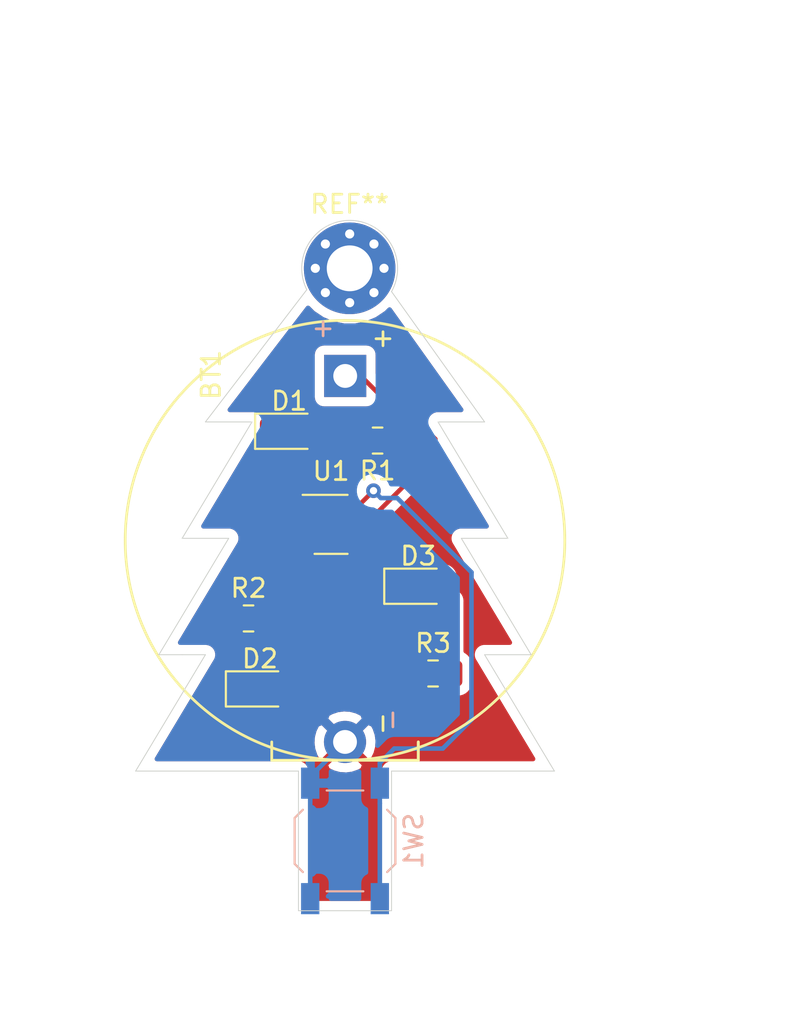
<source format=kicad_pcb>
(kicad_pcb (version 20171130) (host pcbnew "(5.1.4)-1")

  (general
    (thickness 1.6)
    (drawings 21)
    (tracks 41)
    (zones 0)
    (modules 10)
    (nets 10)
  )

  (page User 107.95 139.7)
  (layers
    (0 F.Cu signal)
    (31 B.Cu signal)
    (32 B.Adhes user)
    (33 F.Adhes user)
    (34 B.Paste user)
    (35 F.Paste user)
    (36 B.SilkS user)
    (37 F.SilkS user)
    (38 B.Mask user)
    (39 F.Mask user)
    (40 Dwgs.User user)
    (41 Cmts.User user)
    (42 Eco1.User user)
    (43 Eco2.User user)
    (44 Edge.Cuts user)
    (45 Margin user)
    (46 B.CrtYd user)
    (47 F.CrtYd user)
    (48 B.Fab user)
    (49 F.Fab user)
  )

  (setup
    (last_trace_width 0.25)
    (user_trace_width 0.254)
    (user_trace_width 0.381)
    (user_trace_width 0.508)
    (user_trace_width 0.635)
    (user_trace_width 0.762)
    (user_trace_width 0.889)
    (user_trace_width 1.016)
    (user_trace_width 1.143)
    (user_trace_width 1.27)
    (trace_clearance 0.2)
    (zone_clearance 0.508)
    (zone_45_only no)
    (trace_min 0.2)
    (via_size 0.8)
    (via_drill 0.4)
    (via_min_size 0.4)
    (via_min_drill 0.3)
    (uvia_size 0.3)
    (uvia_drill 0.1)
    (uvias_allowed no)
    (uvia_min_size 0.2)
    (uvia_min_drill 0.1)
    (edge_width 0.05)
    (segment_width 0.2)
    (pcb_text_width 0.3)
    (pcb_text_size 1.5 1.5)
    (mod_edge_width 0.12)
    (mod_text_size 1 1)
    (mod_text_width 0.15)
    (pad_size 1.524 1.524)
    (pad_drill 0.762)
    (pad_to_mask_clearance 0.051)
    (solder_mask_min_width 0.25)
    (aux_axis_origin 0 0)
    (visible_elements 7FFFFFFF)
    (pcbplotparams
      (layerselection 0x010fc_ffffffff)
      (usegerberextensions false)
      (usegerberattributes false)
      (usegerberadvancedattributes false)
      (creategerberjobfile false)
      (excludeedgelayer true)
      (linewidth 0.100000)
      (plotframeref false)
      (viasonmask false)
      (mode 1)
      (useauxorigin false)
      (hpglpennumber 1)
      (hpglpenspeed 20)
      (hpglpendiameter 15.000000)
      (psnegative false)
      (psa4output false)
      (plotreference true)
      (plotvalue true)
      (plotinvisibletext false)
      (padsonsilk false)
      (subtractmaskfromsilk false)
      (outputformat 1)
      (mirror false)
      (drillshape 0)
      (scaleselection 1)
      (outputdirectory "g0/"))
  )

  (net 0 "")
  (net 1 "Net-(BT1-Pad1)")
  (net 2 "Net-(BT1-Pad2)")
  (net 3 "Net-(D1-Pad2)")
  (net 4 "Net-(D2-Pad2)")
  (net 5 "Net-(D3-Pad2)")
  (net 6 "Net-(R1-Pad1)")
  (net 7 "Net-(R2-Pad1)")
  (net 8 "Net-(R3-Pad1)")
  (net 9 "Net-(SW1-Pad1)")

  (net_class Default "Ceci est la Netclass par défaut."
    (clearance 0.2)
    (trace_width 0.25)
    (via_dia 0.8)
    (via_drill 0.4)
    (uvia_dia 0.3)
    (uvia_drill 0.1)
    (add_net "Net-(BT1-Pad1)")
    (add_net "Net-(BT1-Pad2)")
    (add_net "Net-(D1-Pad2)")
    (add_net "Net-(D2-Pad2)")
    (add_net "Net-(D3-Pad2)")
    (add_net "Net-(R1-Pad1)")
    (add_net "Net-(R2-Pad1)")
    (add_net "Net-(R3-Pad1)")
    (add_net "Net-(SW1-Pad1)")
  )

  (module MountingHole:MountingHole_2.5mm_Pad_Via (layer F.Cu) (tedit 56DDBAEA) (tstamp 5FB0169D)
    (at 63.754 44.958)
    (descr "Mounting Hole 2.5mm")
    (tags "mounting hole 2.5mm")
    (attr virtual)
    (fp_text reference REF** (at 0 -3.5) (layer F.SilkS)
      (effects (font (size 1 1) (thickness 0.15)))
    )
    (fp_text value MountingHole_2.5mm_Pad_Via (at 0 -7.62) (layer F.Fab)
      (effects (font (size 1 1) (thickness 0.15)))
    )
    (fp_circle (center 0 0) (end 2.75 0) (layer F.CrtYd) (width 0.05))
    (fp_circle (center 0 0) (end 2.5 0) (layer Cmts.User) (width 0.15))
    (fp_text user %R (at 0.3 0) (layer F.Fab)
      (effects (font (size 1 1) (thickness 0.15)))
    )
    (pad 1 thru_hole circle (at 1.325825 -1.325825) (size 0.8 0.8) (drill 0.5) (layers *.Cu *.Mask))
    (pad 1 thru_hole circle (at 0 -1.875) (size 0.8 0.8) (drill 0.5) (layers *.Cu *.Mask))
    (pad 1 thru_hole circle (at -1.325825 -1.325825) (size 0.8 0.8) (drill 0.5) (layers *.Cu *.Mask))
    (pad 1 thru_hole circle (at -1.875 0) (size 0.8 0.8) (drill 0.5) (layers *.Cu *.Mask))
    (pad 1 thru_hole circle (at -1.325825 1.325825) (size 0.8 0.8) (drill 0.5) (layers *.Cu *.Mask))
    (pad 1 thru_hole circle (at 0 1.875) (size 0.8 0.8) (drill 0.5) (layers *.Cu *.Mask))
    (pad 1 thru_hole circle (at 1.325825 1.325825) (size 0.8 0.8) (drill 0.5) (layers *.Cu *.Mask))
    (pad 1 thru_hole circle (at 1.875 0) (size 0.8 0.8) (drill 0.5) (layers *.Cu *.Mask))
    (pad 1 thru_hole circle (at 0 0) (size 5 5) (drill 2.5) (layers *.Cu *.Mask))
  )

  (module LED_SMD:LED_0805_2012Metric_Pad1.15x1.40mm_HandSolder (layer F.Cu) (tedit 5B4B45C9) (tstamp 5FADEE44)
    (at 60.452 53.848)
    (descr "LED SMD 0805 (2012 Metric), square (rectangular) end terminal, IPC_7351 nominal, (Body size source: https://docs.google.com/spreadsheets/d/1BsfQQcO9C6DZCsRaXUlFlo91Tg2WpOkGARC1WS5S8t0/edit?usp=sharing), generated with kicad-footprint-generator")
    (tags "LED handsolder")
    (path /5FA621AF)
    (attr smd)
    (fp_text reference D1 (at 0 -1.65) (layer F.SilkS)
      (effects (font (size 1 1) (thickness 0.15)))
    )
    (fp_text value LED (at 0 1.65) (layer F.Fab)
      (effects (font (size 1 1) (thickness 0.15)))
    )
    (fp_line (start 1 -0.6) (end -0.7 -0.6) (layer F.Fab) (width 0.1))
    (fp_line (start -0.7 -0.6) (end -1 -0.3) (layer F.Fab) (width 0.1))
    (fp_line (start -1 -0.3) (end -1 0.6) (layer F.Fab) (width 0.1))
    (fp_line (start -1 0.6) (end 1 0.6) (layer F.Fab) (width 0.1))
    (fp_line (start 1 0.6) (end 1 -0.6) (layer F.Fab) (width 0.1))
    (fp_line (start 1 -0.96) (end -1.86 -0.96) (layer F.SilkS) (width 0.12))
    (fp_line (start -1.86 -0.96) (end -1.86 0.96) (layer F.SilkS) (width 0.12))
    (fp_line (start -1.86 0.96) (end 1 0.96) (layer F.SilkS) (width 0.12))
    (fp_line (start -1.85 0.95) (end -1.85 -0.95) (layer F.CrtYd) (width 0.05))
    (fp_line (start -1.85 -0.95) (end 1.85 -0.95) (layer F.CrtYd) (width 0.05))
    (fp_line (start 1.85 -0.95) (end 1.85 0.95) (layer F.CrtYd) (width 0.05))
    (fp_line (start 1.85 0.95) (end -1.85 0.95) (layer F.CrtYd) (width 0.05))
    (fp_text user %R (at 0 0) (layer F.Fab)
      (effects (font (size 0.5 0.5) (thickness 0.08)))
    )
    (pad 1 smd roundrect (at -1.025 0) (size 1.15 1.4) (layers F.Cu F.Paste F.Mask) (roundrect_rratio 0.217391)
      (net 2 "Net-(BT1-Pad2)"))
    (pad 2 smd roundrect (at 1.025 0) (size 1.15 1.4) (layers F.Cu F.Paste F.Mask) (roundrect_rratio 0.217391)
      (net 3 "Net-(D1-Pad2)"))
    (model ${KISYS3DMOD}/LED_SMD.3dshapes/LED_0805_2012Metric.wrl
      (at (xyz 0 0 0))
      (scale (xyz 1 1 1))
      (rotate (xyz 0 0 0))
    )
  )

  (module LED_SMD:LED_0805_2012Metric_Pad1.15x1.40mm_HandSolder (layer F.Cu) (tedit 5B4B45C9) (tstamp 5FADEE57)
    (at 58.8555 67.9069)
    (descr "LED SMD 0805 (2012 Metric), square (rectangular) end terminal, IPC_7351 nominal, (Body size source: https://docs.google.com/spreadsheets/d/1BsfQQcO9C6DZCsRaXUlFlo91Tg2WpOkGARC1WS5S8t0/edit?usp=sharing), generated with kicad-footprint-generator")
    (tags "LED handsolder")
    (path /5FA65471)
    (attr smd)
    (fp_text reference D2 (at 0 -1.65) (layer F.SilkS)
      (effects (font (size 1 1) (thickness 0.15)))
    )
    (fp_text value LED (at 0 1.65) (layer F.Fab)
      (effects (font (size 1 1) (thickness 0.15)))
    )
    (fp_text user %R (at 0 0) (layer F.Fab)
      (effects (font (size 0.5 0.5) (thickness 0.08)))
    )
    (fp_line (start 1.85 0.95) (end -1.85 0.95) (layer F.CrtYd) (width 0.05))
    (fp_line (start 1.85 -0.95) (end 1.85 0.95) (layer F.CrtYd) (width 0.05))
    (fp_line (start -1.85 -0.95) (end 1.85 -0.95) (layer F.CrtYd) (width 0.05))
    (fp_line (start -1.85 0.95) (end -1.85 -0.95) (layer F.CrtYd) (width 0.05))
    (fp_line (start -1.86 0.96) (end 1 0.96) (layer F.SilkS) (width 0.12))
    (fp_line (start -1.86 -0.96) (end -1.86 0.96) (layer F.SilkS) (width 0.12))
    (fp_line (start 1 -0.96) (end -1.86 -0.96) (layer F.SilkS) (width 0.12))
    (fp_line (start 1 0.6) (end 1 -0.6) (layer F.Fab) (width 0.1))
    (fp_line (start -1 0.6) (end 1 0.6) (layer F.Fab) (width 0.1))
    (fp_line (start -1 -0.3) (end -1 0.6) (layer F.Fab) (width 0.1))
    (fp_line (start -0.7 -0.6) (end -1 -0.3) (layer F.Fab) (width 0.1))
    (fp_line (start 1 -0.6) (end -0.7 -0.6) (layer F.Fab) (width 0.1))
    (pad 2 smd roundrect (at 1.025 0) (size 1.15 1.4) (layers F.Cu F.Paste F.Mask) (roundrect_rratio 0.217391)
      (net 4 "Net-(D2-Pad2)"))
    (pad 1 smd roundrect (at -1.025 0) (size 1.15 1.4) (layers F.Cu F.Paste F.Mask) (roundrect_rratio 0.217391)
      (net 2 "Net-(BT1-Pad2)"))
    (model ${KISYS3DMOD}/LED_SMD.3dshapes/LED_0805_2012Metric.wrl
      (at (xyz 0 0 0))
      (scale (xyz 1 1 1))
      (rotate (xyz 0 0 0))
    )
  )

  (module LED_SMD:LED_0805_2012Metric_Pad1.15x1.40mm_HandSolder (layer F.Cu) (tedit 5B4B45C9) (tstamp 5FADEE6A)
    (at 67.50166 62.30366)
    (descr "LED SMD 0805 (2012 Metric), square (rectangular) end terminal, IPC_7351 nominal, (Body size source: https://docs.google.com/spreadsheets/d/1BsfQQcO9C6DZCsRaXUlFlo91Tg2WpOkGARC1WS5S8t0/edit?usp=sharing), generated with kicad-footprint-generator")
    (tags "LED handsolder")
    (path /5FA659C9)
    (attr smd)
    (fp_text reference D3 (at 0 -1.65) (layer F.SilkS)
      (effects (font (size 1 1) (thickness 0.15)))
    )
    (fp_text value LED (at 0 1.65) (layer F.Fab)
      (effects (font (size 1 1) (thickness 0.15)))
    )
    (fp_line (start 1 -0.6) (end -0.7 -0.6) (layer F.Fab) (width 0.1))
    (fp_line (start -0.7 -0.6) (end -1 -0.3) (layer F.Fab) (width 0.1))
    (fp_line (start -1 -0.3) (end -1 0.6) (layer F.Fab) (width 0.1))
    (fp_line (start -1 0.6) (end 1 0.6) (layer F.Fab) (width 0.1))
    (fp_line (start 1 0.6) (end 1 -0.6) (layer F.Fab) (width 0.1))
    (fp_line (start 1 -0.96) (end -1.86 -0.96) (layer F.SilkS) (width 0.12))
    (fp_line (start -1.86 -0.96) (end -1.86 0.96) (layer F.SilkS) (width 0.12))
    (fp_line (start -1.86 0.96) (end 1 0.96) (layer F.SilkS) (width 0.12))
    (fp_line (start -1.85 0.95) (end -1.85 -0.95) (layer F.CrtYd) (width 0.05))
    (fp_line (start -1.85 -0.95) (end 1.85 -0.95) (layer F.CrtYd) (width 0.05))
    (fp_line (start 1.85 -0.95) (end 1.85 0.95) (layer F.CrtYd) (width 0.05))
    (fp_line (start 1.85 0.95) (end -1.85 0.95) (layer F.CrtYd) (width 0.05))
    (fp_text user %R (at 0 0) (layer F.Fab)
      (effects (font (size 0.5 0.5) (thickness 0.08)))
    )
    (pad 1 smd roundrect (at -1.025 0) (size 1.15 1.4) (layers F.Cu F.Paste F.Mask) (roundrect_rratio 0.217391)
      (net 2 "Net-(BT1-Pad2)"))
    (pad 2 smd roundrect (at 1.025 0) (size 1.15 1.4) (layers F.Cu F.Paste F.Mask) (roundrect_rratio 0.217391)
      (net 5 "Net-(D3-Pad2)"))
    (model ${KISYS3DMOD}/LED_SMD.3dshapes/LED_0805_2012Metric.wrl
      (at (xyz 0 0 0))
      (scale (xyz 1 1 1))
      (rotate (xyz 0 0 0))
    )
  )

  (module Resistor_SMD:R_0805_2012Metric_Pad1.15x1.40mm_HandSolder (layer F.Cu) (tedit 5B36C52B) (tstamp 5FADEE7B)
    (at 65.278 54.356 180)
    (descr "Resistor SMD 0805 (2012 Metric), square (rectangular) end terminal, IPC_7351 nominal with elongated pad for handsoldering. (Body size source: https://docs.google.com/spreadsheets/d/1BsfQQcO9C6DZCsRaXUlFlo91Tg2WpOkGARC1WS5S8t0/edit?usp=sharing), generated with kicad-footprint-generator")
    (tags "resistor handsolder")
    (path /5FA625A0)
    (attr smd)
    (fp_text reference R1 (at 0 -1.65) (layer F.SilkS)
      (effects (font (size 1 1) (thickness 0.15)))
    )
    (fp_text value R (at 0 1.65) (layer F.Fab)
      (effects (font (size 1 1) (thickness 0.15)))
    )
    (fp_line (start -1 0.6) (end -1 -0.6) (layer F.Fab) (width 0.1))
    (fp_line (start -1 -0.6) (end 1 -0.6) (layer F.Fab) (width 0.1))
    (fp_line (start 1 -0.6) (end 1 0.6) (layer F.Fab) (width 0.1))
    (fp_line (start 1 0.6) (end -1 0.6) (layer F.Fab) (width 0.1))
    (fp_line (start -0.261252 -0.71) (end 0.261252 -0.71) (layer F.SilkS) (width 0.12))
    (fp_line (start -0.261252 0.71) (end 0.261252 0.71) (layer F.SilkS) (width 0.12))
    (fp_line (start -1.85 0.95) (end -1.85 -0.95) (layer F.CrtYd) (width 0.05))
    (fp_line (start -1.85 -0.95) (end 1.85 -0.95) (layer F.CrtYd) (width 0.05))
    (fp_line (start 1.85 -0.95) (end 1.85 0.95) (layer F.CrtYd) (width 0.05))
    (fp_line (start 1.85 0.95) (end -1.85 0.95) (layer F.CrtYd) (width 0.05))
    (fp_text user %R (at 0 0) (layer F.Fab)
      (effects (font (size 0.5 0.5) (thickness 0.08)))
    )
    (pad 1 smd roundrect (at -1.025 0 180) (size 1.15 1.4) (layers F.Cu F.Paste F.Mask) (roundrect_rratio 0.217391)
      (net 6 "Net-(R1-Pad1)"))
    (pad 2 smd roundrect (at 1.025 0 180) (size 1.15 1.4) (layers F.Cu F.Paste F.Mask) (roundrect_rratio 0.217391)
      (net 3 "Net-(D1-Pad2)"))
    (model ${KISYS3DMOD}/Resistor_SMD.3dshapes/R_0805_2012Metric.wrl
      (at (xyz 0 0 0))
      (scale (xyz 1 1 1))
      (rotate (xyz 0 0 0))
    )
  )

  (module Resistor_SMD:R_0805_2012Metric_Pad1.15x1.40mm_HandSolder (layer F.Cu) (tedit 5B36C52B) (tstamp 5FADEE8C)
    (at 58.2332 64.06134)
    (descr "Resistor SMD 0805 (2012 Metric), square (rectangular) end terminal, IPC_7351 nominal with elongated pad for handsoldering. (Body size source: https://docs.google.com/spreadsheets/d/1BsfQQcO9C6DZCsRaXUlFlo91Tg2WpOkGARC1WS5S8t0/edit?usp=sharing), generated with kicad-footprint-generator")
    (tags "resistor handsolder")
    (path /5FA65477)
    (attr smd)
    (fp_text reference R2 (at 0 -1.65) (layer F.SilkS)
      (effects (font (size 1 1) (thickness 0.15)))
    )
    (fp_text value R (at 0 1.65) (layer F.Fab)
      (effects (font (size 1 1) (thickness 0.15)))
    )
    (fp_text user %R (at 0 0) (layer F.Fab)
      (effects (font (size 0.5 0.5) (thickness 0.08)))
    )
    (fp_line (start 1.85 0.95) (end -1.85 0.95) (layer F.CrtYd) (width 0.05))
    (fp_line (start 1.85 -0.95) (end 1.85 0.95) (layer F.CrtYd) (width 0.05))
    (fp_line (start -1.85 -0.95) (end 1.85 -0.95) (layer F.CrtYd) (width 0.05))
    (fp_line (start -1.85 0.95) (end -1.85 -0.95) (layer F.CrtYd) (width 0.05))
    (fp_line (start -0.261252 0.71) (end 0.261252 0.71) (layer F.SilkS) (width 0.12))
    (fp_line (start -0.261252 -0.71) (end 0.261252 -0.71) (layer F.SilkS) (width 0.12))
    (fp_line (start 1 0.6) (end -1 0.6) (layer F.Fab) (width 0.1))
    (fp_line (start 1 -0.6) (end 1 0.6) (layer F.Fab) (width 0.1))
    (fp_line (start -1 -0.6) (end 1 -0.6) (layer F.Fab) (width 0.1))
    (fp_line (start -1 0.6) (end -1 -0.6) (layer F.Fab) (width 0.1))
    (pad 2 smd roundrect (at 1.025 0) (size 1.15 1.4) (layers F.Cu F.Paste F.Mask) (roundrect_rratio 0.217391)
      (net 4 "Net-(D2-Pad2)"))
    (pad 1 smd roundrect (at -1.025 0) (size 1.15 1.4) (layers F.Cu F.Paste F.Mask) (roundrect_rratio 0.217391)
      (net 7 "Net-(R2-Pad1)"))
    (model ${KISYS3DMOD}/Resistor_SMD.3dshapes/R_0805_2012Metric.wrl
      (at (xyz 0 0 0))
      (scale (xyz 1 1 1))
      (rotate (xyz 0 0 0))
    )
  )

  (module Resistor_SMD:R_0805_2012Metric_Pad1.15x1.40mm_HandSolder (layer F.Cu) (tedit 5B36C52B) (tstamp 5FADEE9D)
    (at 68.30684 67.06362)
    (descr "Resistor SMD 0805 (2012 Metric), square (rectangular) end terminal, IPC_7351 nominal with elongated pad for handsoldering. (Body size source: https://docs.google.com/spreadsheets/d/1BsfQQcO9C6DZCsRaXUlFlo91Tg2WpOkGARC1WS5S8t0/edit?usp=sharing), generated with kicad-footprint-generator")
    (tags "resistor handsolder")
    (path /5FA659CF)
    (attr smd)
    (fp_text reference R3 (at 0 -1.65) (layer F.SilkS)
      (effects (font (size 1 1) (thickness 0.15)))
    )
    (fp_text value R (at 0 1.65) (layer F.Fab)
      (effects (font (size 1 1) (thickness 0.15)))
    )
    (fp_line (start -1 0.6) (end -1 -0.6) (layer F.Fab) (width 0.1))
    (fp_line (start -1 -0.6) (end 1 -0.6) (layer F.Fab) (width 0.1))
    (fp_line (start 1 -0.6) (end 1 0.6) (layer F.Fab) (width 0.1))
    (fp_line (start 1 0.6) (end -1 0.6) (layer F.Fab) (width 0.1))
    (fp_line (start -0.261252 -0.71) (end 0.261252 -0.71) (layer F.SilkS) (width 0.12))
    (fp_line (start -0.261252 0.71) (end 0.261252 0.71) (layer F.SilkS) (width 0.12))
    (fp_line (start -1.85 0.95) (end -1.85 -0.95) (layer F.CrtYd) (width 0.05))
    (fp_line (start -1.85 -0.95) (end 1.85 -0.95) (layer F.CrtYd) (width 0.05))
    (fp_line (start 1.85 -0.95) (end 1.85 0.95) (layer F.CrtYd) (width 0.05))
    (fp_line (start 1.85 0.95) (end -1.85 0.95) (layer F.CrtYd) (width 0.05))
    (fp_text user %R (at 0 0) (layer F.Fab)
      (effects (font (size 0.5 0.5) (thickness 0.08)))
    )
    (pad 1 smd roundrect (at -1.025 0) (size 1.15 1.4) (layers F.Cu F.Paste F.Mask) (roundrect_rratio 0.217391)
      (net 8 "Net-(R3-Pad1)"))
    (pad 2 smd roundrect (at 1.025 0) (size 1.15 1.4) (layers F.Cu F.Paste F.Mask) (roundrect_rratio 0.217391)
      (net 5 "Net-(D3-Pad2)"))
    (model ${KISYS3DMOD}/Resistor_SMD.3dshapes/R_0805_2012Metric.wrl
      (at (xyz 0 0 0))
      (scale (xyz 1 1 1))
      (rotate (xyz 0 0 0))
    )
  )

  (module Button_Switch_SMD:SW_SPST_TL3342 (layer B.Cu) (tedit 5A02FC95) (tstamp 5FADEED3)
    (at 63.5 76.2 90)
    (descr "Low-profile SMD Tactile Switch, https://www.e-switch.com/system/asset/product_line/data_sheet/165/TL3342.pdf")
    (tags "SPST Tactile Switch")
    (path /5FA62FB2)
    (attr smd)
    (fp_text reference SW1 (at 0 3.75 90) (layer B.SilkS)
      (effects (font (size 1 1) (thickness 0.15)) (justify mirror))
    )
    (fp_text value SW_Push (at 0 -3.75 90) (layer B.Fab)
      (effects (font (size 1 1) (thickness 0.15)) (justify mirror))
    )
    (fp_text user %R (at 0 3.75 90) (layer B.Fab)
      (effects (font (size 1 1) (thickness 0.15)) (justify mirror))
    )
    (fp_line (start 3.2 -2.1) (end 3.2 -1.6) (layer B.Fab) (width 0.1))
    (fp_line (start 3.2 2.1) (end 3.2 1.6) (layer B.Fab) (width 0.1))
    (fp_line (start -3.2 -2.1) (end -3.2 -1.6) (layer B.Fab) (width 0.1))
    (fp_line (start -3.2 2.1) (end -3.2 1.6) (layer B.Fab) (width 0.1))
    (fp_line (start 2.7 2.1) (end 2.7 1.6) (layer B.Fab) (width 0.1))
    (fp_line (start 1.7 2.1) (end 3.2 2.1) (layer B.Fab) (width 0.1))
    (fp_line (start 3.2 1.6) (end 2.2 1.6) (layer B.Fab) (width 0.1))
    (fp_line (start -2.7 2.1) (end -2.7 1.6) (layer B.Fab) (width 0.1))
    (fp_line (start -1.7 2.1) (end -3.2 2.1) (layer B.Fab) (width 0.1))
    (fp_line (start -3.2 1.6) (end -2.2 1.6) (layer B.Fab) (width 0.1))
    (fp_line (start -2.7 -2.1) (end -2.7 -1.6) (layer B.Fab) (width 0.1))
    (fp_line (start -3.2 -1.6) (end -2.2 -1.6) (layer B.Fab) (width 0.1))
    (fp_line (start -1.7 -2.1) (end -3.2 -2.1) (layer B.Fab) (width 0.1))
    (fp_line (start 1.7 -2.1) (end 3.2 -2.1) (layer B.Fab) (width 0.1))
    (fp_line (start 2.7 -2.1) (end 2.7 -1.6) (layer B.Fab) (width 0.1))
    (fp_line (start 3.2 -1.6) (end 2.2 -1.6) (layer B.Fab) (width 0.1))
    (fp_line (start -1.7 -2.3) (end -1.25 -2.75) (layer B.SilkS) (width 0.12))
    (fp_line (start 1.7 -2.3) (end 1.25 -2.75) (layer B.SilkS) (width 0.12))
    (fp_line (start 1.7 2.3) (end 1.25 2.75) (layer B.SilkS) (width 0.12))
    (fp_line (start -1.7 2.3) (end -1.25 2.75) (layer B.SilkS) (width 0.12))
    (fp_line (start -2 1) (end -1 2) (layer B.Fab) (width 0.1))
    (fp_line (start -1 2) (end 1 2) (layer B.Fab) (width 0.1))
    (fp_line (start 1 2) (end 2 1) (layer B.Fab) (width 0.1))
    (fp_line (start 2 1) (end 2 -1) (layer B.Fab) (width 0.1))
    (fp_line (start 2 -1) (end 1 -2) (layer B.Fab) (width 0.1))
    (fp_line (start 1 -2) (end -1 -2) (layer B.Fab) (width 0.1))
    (fp_line (start -1 -2) (end -2 -1) (layer B.Fab) (width 0.1))
    (fp_line (start -2 -1) (end -2 1) (layer B.Fab) (width 0.1))
    (fp_line (start 2.75 1) (end 2.75 -1) (layer B.SilkS) (width 0.12))
    (fp_line (start -1.25 -2.75) (end 1.25 -2.75) (layer B.SilkS) (width 0.12))
    (fp_line (start -2.75 1) (end -2.75 -1) (layer B.SilkS) (width 0.12))
    (fp_line (start -1.25 2.75) (end 1.25 2.75) (layer B.SilkS) (width 0.12))
    (fp_line (start -2.6 1.2) (end -2.6 -1.2) (layer B.Fab) (width 0.1))
    (fp_line (start -2.6 -1.2) (end -1.2 -2.6) (layer B.Fab) (width 0.1))
    (fp_line (start -1.2 -2.6) (end 1.2 -2.6) (layer B.Fab) (width 0.1))
    (fp_line (start 1.2 -2.6) (end 2.6 -1.2) (layer B.Fab) (width 0.1))
    (fp_line (start 2.6 -1.2) (end 2.6 1.2) (layer B.Fab) (width 0.1))
    (fp_line (start 2.6 1.2) (end 1.2 2.6) (layer B.Fab) (width 0.1))
    (fp_line (start 1.2 2.6) (end -1.2 2.6) (layer B.Fab) (width 0.1))
    (fp_line (start -1.2 2.6) (end -2.6 1.2) (layer B.Fab) (width 0.1))
    (fp_line (start -4.25 3) (end 4.25 3) (layer B.CrtYd) (width 0.05))
    (fp_line (start 4.25 3) (end 4.25 -3) (layer B.CrtYd) (width 0.05))
    (fp_line (start 4.25 -3) (end -4.25 -3) (layer B.CrtYd) (width 0.05))
    (fp_line (start -4.25 -3) (end -4.25 3) (layer B.CrtYd) (width 0.05))
    (fp_circle (center 0 0) (end 1 0) (layer B.Fab) (width 0.1))
    (pad 1 smd rect (at -3.15 1.9 90) (size 1.7 1) (layers B.Cu B.Paste B.Mask)
      (net 9 "Net-(SW1-Pad1)"))
    (pad 1 smd rect (at 3.15 1.9 90) (size 1.7 1) (layers B.Cu B.Paste B.Mask)
      (net 9 "Net-(SW1-Pad1)"))
    (pad 2 smd rect (at -3.15 -1.9 90) (size 1.7 1) (layers B.Cu B.Paste B.Mask)
      (net 2 "Net-(BT1-Pad2)"))
    (pad 2 smd rect (at 3.15 -1.9 90) (size 1.7 1) (layers B.Cu B.Paste B.Mask)
      (net 2 "Net-(BT1-Pad2)"))
    (model ${KISYS3DMOD}/Button_Switch_SMD.3dshapes/SW_SPST_TL3342.wrl
      (at (xyz 0 0 0))
      (scale (xyz 1 1 1))
      (rotate (xyz 0 0 0))
    )
  )

  (module Package_TO_SOT_SMD:SOT-23-6 (layer F.Cu) (tedit 5A02FF57) (tstamp 5FADEEE9)
    (at 62.738 58.928)
    (descr "6-pin SOT-23 package")
    (tags SOT-23-6)
    (path /5FA6178A)
    (attr smd)
    (fp_text reference U1 (at 0 -2.9) (layer F.SilkS)
      (effects (font (size 1 1) (thickness 0.15)))
    )
    (fp_text value ATtiny10-TS (at 0 2.9) (layer F.Fab)
      (effects (font (size 1 1) (thickness 0.15)))
    )
    (fp_text user %R (at 0 0 90) (layer F.Fab)
      (effects (font (size 0.5 0.5) (thickness 0.075)))
    )
    (fp_line (start -0.9 1.61) (end 0.9 1.61) (layer F.SilkS) (width 0.12))
    (fp_line (start 0.9 -1.61) (end -1.55 -1.61) (layer F.SilkS) (width 0.12))
    (fp_line (start 1.9 -1.8) (end -1.9 -1.8) (layer F.CrtYd) (width 0.05))
    (fp_line (start 1.9 1.8) (end 1.9 -1.8) (layer F.CrtYd) (width 0.05))
    (fp_line (start -1.9 1.8) (end 1.9 1.8) (layer F.CrtYd) (width 0.05))
    (fp_line (start -1.9 -1.8) (end -1.9 1.8) (layer F.CrtYd) (width 0.05))
    (fp_line (start -0.9 -0.9) (end -0.25 -1.55) (layer F.Fab) (width 0.1))
    (fp_line (start 0.9 -1.55) (end -0.25 -1.55) (layer F.Fab) (width 0.1))
    (fp_line (start -0.9 -0.9) (end -0.9 1.55) (layer F.Fab) (width 0.1))
    (fp_line (start 0.9 1.55) (end -0.9 1.55) (layer F.Fab) (width 0.1))
    (fp_line (start 0.9 -1.55) (end 0.9 1.55) (layer F.Fab) (width 0.1))
    (pad 1 smd rect (at -1.1 -0.95) (size 1.06 0.65) (layers F.Cu F.Paste F.Mask)
      (net 6 "Net-(R1-Pad1)"))
    (pad 2 smd rect (at -1.1 0) (size 1.06 0.65) (layers F.Cu F.Paste F.Mask)
      (net 2 "Net-(BT1-Pad2)"))
    (pad 3 smd rect (at -1.1 0.95) (size 1.06 0.65) (layers F.Cu F.Paste F.Mask)
      (net 7 "Net-(R2-Pad1)"))
    (pad 4 smd rect (at 1.1 0.95) (size 1.06 0.65) (layers F.Cu F.Paste F.Mask)
      (net 8 "Net-(R3-Pad1)"))
    (pad 6 smd rect (at 1.1 -0.95) (size 1.06 0.65) (layers F.Cu F.Paste F.Mask)
      (net 9 "Net-(SW1-Pad1)"))
    (pad 5 smd rect (at 1.1 0) (size 1.06 0.65) (layers F.Cu F.Paste F.Mask)
      (net 1 "Net-(BT1-Pad1)"))
    (model ${KISYS3DMOD}/Package_TO_SOT_SMD.3dshapes/SOT-23-6.wrl
      (at (xyz 0 0 0))
      (scale (xyz 1 1 1))
      (rotate (xyz 0 0 0))
    )
  )

  (module circuit:battery (layer F.Cu) (tedit 5FB010C6) (tstamp 5FB013D8)
    (at 63.5 50.8 270)
    (path /5FA61C5A)
    (fp_text reference BT1 (at -0.03 7.31 90) (layer F.SilkS)
      (effects (font (size 1 1) (thickness 0.15)))
    )
    (fp_text value Battery_Cell (at -0.03 6.31 90) (layer F.Fab)
      (effects (font (size 1 1) (thickness 0.15)))
    )
    (fp_text user + (at -2 -2 90) (layer F.SilkS)
      (effects (font (size 1 1) (thickness 0.15)))
    )
    (fp_text user - (at 19 -2 90) (layer F.SilkS)
      (effects (font (size 1 1) (thickness 0.15)))
    )
    (fp_circle (center 9 0) (end 21 0) (layer F.SilkS) (width 0.15))
    (fp_line (start 21 0) (end 21 -4) (layer F.SilkS) (width 0.15))
    (fp_line (start 21 -4) (end 20 -4) (layer F.SilkS) (width 0.15))
    (fp_line (start 20 -4) (end 21 -4) (layer F.SilkS) (width 0.15))
    (fp_line (start 21 -4) (end 21 4) (layer F.SilkS) (width 0.15))
    (fp_line (start 21 4) (end 20 4) (layer F.SilkS) (width 0.15))
    (fp_text user + (at -2.54 1.27 90) (layer B.SilkS)
      (effects (font (size 1 1) (thickness 0.15)))
    )
    (fp_text user - (at 18.796 -2.54 90) (layer B.SilkS)
      (effects (font (size 1 1) (thickness 0.15)))
    )
    (pad 1 thru_hole rect (at 0.03 -0.01 270) (size 2.3 2.3) (drill 1.3) (layers *.Cu *.Mask)
      (net 1 "Net-(BT1-Pad1)"))
    (pad 2 thru_hole circle (at 20 0 270) (size 2.3 2.3) (drill 1.3) (layers *.Cu *.Mask)
      (net 2 "Net-(BT1-Pad2)"))
  )

  (gr_line (start 71.12 53.34) (end 66.04 46.227999) (layer Edge.Cuts) (width 0.05))
  (gr_line (start 68.58 53.34) (end 71.12 53.34) (layer Edge.Cuts) (width 0.05))
  (gr_line (start 72.39 59.69) (end 68.58 53.34) (layer Edge.Cuts) (width 0.05))
  (gr_line (start 69.85 59.69) (end 72.39 59.69) (layer Edge.Cuts) (width 0.05))
  (gr_line (start 73.66 66.04) (end 69.85 59.69) (layer Edge.Cuts) (width 0.05))
  (gr_line (start 71.12 66.04) (end 73.66 66.04) (layer Edge.Cuts) (width 0.05))
  (gr_line (start 74.93 72.39) (end 71.12 66.04) (layer Edge.Cuts) (width 0.05))
  (gr_line (start 66.04 72.39) (end 74.93 72.39) (layer Edge.Cuts) (width 0.05))
  (gr_line (start 66.04 80.01) (end 66.04 72.39) (layer Edge.Cuts) (width 0.05))
  (gr_line (start 55.88 53.34) (end 61.41466 46.12386) (layer Edge.Cuts) (width 0.05))
  (gr_line (start 58.42 53.34) (end 55.88 53.34) (layer Edge.Cuts) (width 0.05))
  (gr_line (start 54.61 59.69) (end 58.42 53.34) (layer Edge.Cuts) (width 0.05))
  (gr_line (start 57.15 59.69) (end 54.61 59.69) (layer Edge.Cuts) (width 0.05))
  (gr_line (start 53.34 66.04) (end 57.15 59.69) (layer Edge.Cuts) (width 0.05))
  (gr_line (start 54.61 66.04) (end 53.34 66.04) (layer Edge.Cuts) (width 0.05))
  (gr_line (start 55.88 66.04) (end 54.61 66.04) (layer Edge.Cuts) (width 0.05))
  (gr_line (start 52.07 72.39) (end 55.88 66.04) (layer Edge.Cuts) (width 0.05))
  (gr_line (start 60.96 72.39) (end 52.07 72.39) (layer Edge.Cuts) (width 0.05))
  (gr_line (start 60.96 80.01) (end 60.96 72.39) (layer Edge.Cuts) (width 0.05))
  (gr_line (start 66.04 80.01) (end 60.96 80.01) (layer Edge.Cuts) (width 0.05))
  (gr_arc (start 63.754 44.958) (end 66.04 46.227999) (angle -235.6196949) (layer Edge.Cuts) (width 0.05))

  (segment (start 64.36519 50.83) (end 65.91761 52.38242) (width 0.25) (layer F.Cu) (net 1))
  (segment (start 63.51 50.83) (end 64.36519 50.83) (width 0.25) (layer F.Cu) (net 1))
  (segment (start 65.91761 52.38242) (end 66.53784 52.38242) (width 0.25) (layer F.Cu) (net 1))
  (segment (start 66.53784 52.38242) (end 68.43014 54.27472) (width 0.25) (layer F.Cu) (net 1))
  (segment (start 64.618 58.928) (end 63.838 58.928) (width 0.25) (layer F.Cu) (net 1))
  (segment (start 68.43014 55.11586) (end 64.618 58.928) (width 0.25) (layer F.Cu) (net 1))
  (segment (start 68.43014 54.27472) (end 68.43014 55.11586) (width 0.25) (layer F.Cu) (net 1))
  (segment (start 61.6 72.7) (end 61.6 73.05) (width 0.25) (layer B.Cu) (net 2))
  (segment (start 63.5 70.8) (end 61.6 72.7) (width 0.25) (layer B.Cu) (net 2))
  (segment (start 61.6 73.05) (end 61.6 79.35) (width 0.25) (layer B.Cu) (net 2))
  (segment (start 60.858 58.928) (end 61.638 58.928) (width 0.25) (layer F.Cu) (net 2))
  (segment (start 59.427 57.497) (end 60.858 58.928) (width 0.25) (layer F.Cu) (net 2))
  (segment (start 59.427 53.848) (end 59.427 57.497) (width 0.25) (layer F.Cu) (net 2))
  (segment (start 60.853628 54.471372) (end 61.477 53.848) (width 0.508) (layer F.Cu) (net 3))
  (segment (start 61.985 54.356) (end 61.477 53.848) (width 0.25) (layer F.Cu) (net 3))
  (segment (start 64.253 54.356) (end 61.985 54.356) (width 0.25) (layer F.Cu) (net 3))
  (segment (start 59.2582 67.2846) (end 59.8805 67.9069) (width 0.25) (layer F.Cu) (net 4))
  (segment (start 59.2582 64.06134) (end 59.2582 67.2846) (width 0.25) (layer F.Cu) (net 4))
  (segment (start 69.33184 63.10884) (end 68.52666 62.30366) (width 0.25) (layer F.Cu) (net 5))
  (segment (start 69.33184 67.06362) (end 69.33184 63.10884) (width 0.25) (layer F.Cu) (net 5))
  (segment (start 65.679628 54.979372) (end 66.303 54.356) (width 0.25) (layer F.Cu) (net 6))
  (segment (start 65.416628 54.979372) (end 65.679628 54.979372) (width 0.25) (layer F.Cu) (net 6))
  (segment (start 62.418 57.978) (end 65.416628 54.979372) (width 0.25) (layer F.Cu) (net 6))
  (segment (start 61.638 57.978) (end 62.418 57.978) (width 0.25) (layer F.Cu) (net 6))
  (segment (start 61.39154 59.878) (end 61.638 59.878) (width 0.25) (layer F.Cu) (net 7))
  (segment (start 57.2082 64.06134) (end 61.39154 59.878) (width 0.25) (layer F.Cu) (net 7))
  (segment (start 63.838 63.61978) (end 63.838 59.878) (width 0.25) (layer F.Cu) (net 8))
  (segment (start 67.28184 67.06362) (end 63.838 63.61978) (width 0.25) (layer F.Cu) (net 8))
  (via (at 65.05448 57.09158) (size 0.8) (drill 0.4) (layers F.Cu B.Cu) (net 9))
  (segment (start 63.838 57.978) (end 64.16806 57.978) (width 0.25) (layer F.Cu) (net 9))
  (segment (start 64.16806 57.978) (end 65.05448 57.09158) (width 0.25) (layer F.Cu) (net 9))
  (segment (start 65.454479 57.491579) (end 66.351099 57.491579) (width 0.25) (layer B.Cu) (net 9))
  (segment (start 65.05448 57.09158) (end 65.454479 57.491579) (width 0.25) (layer B.Cu) (net 9))
  (segment (start 66.351099 57.491579) (end 70.40372 61.5442) (width 0.25) (layer B.Cu) (net 9))
  (segment (start 70.40372 61.5442) (end 70.40372 69.59092) (width 0.25) (layer B.Cu) (net 9))
  (segment (start 70.40372 69.59092) (end 68.834 71.16064) (width 0.25) (layer B.Cu) (net 9))
  (segment (start 65.4 71.95) (end 65.4 73.05) (width 0.25) (layer B.Cu) (net 9))
  (segment (start 66.18936 71.16064) (end 65.4 71.95) (width 0.25) (layer B.Cu) (net 9))
  (segment (start 68.834 71.16064) (end 66.18936 71.16064) (width 0.25) (layer B.Cu) (net 9))
  (segment (start 65.4 74.15) (end 65.4 79.35) (width 0.25) (layer B.Cu) (net 9))
  (segment (start 65.4 73.05) (end 65.4 74.15) (width 0.25) (layer B.Cu) (net 9))

  (zone (net 2) (net_name "Net-(BT1-Pad2)") (layer F.Cu) (tstamp 5FB02BA2) (hatch edge 0.508)
    (connect_pads (clearance 0.508))
    (min_thickness 0.254)
    (fill yes (arc_segments 32) (thermal_gap 0.508) (thermal_bridge_width 0.508))
    (polygon
      (pts
        (xy 47.2059 32.85744) (xy 47.2059 83.65744) (xy 85.3059 83.65744) (xy 85.3059 32.85744)
      )
    )
    (filled_polygon
      (pts
        (xy 61.755554 47.393114) (xy 62.269021 47.736201) (xy 62.839554 47.972524) (xy 63.445229 48.093) (xy 64.062771 48.093)
        (xy 64.668446 47.972524) (xy 65.238979 47.736201) (xy 65.752446 47.393114) (xy 65.932523 47.213037) (xy 69.837495 52.68)
        (xy 68.628522 52.68) (xy 68.612237 52.677592) (xy 68.563678 52.68) (xy 68.547581 52.68) (xy 68.531258 52.681608)
        (xy 68.48239 52.684031) (xy 68.466717 52.687964) (xy 68.450617 52.68955) (xy 68.403758 52.703765) (xy 68.356292 52.715677)
        (xy 68.34168 52.722596) (xy 68.326207 52.72729) (xy 68.283027 52.75037) (xy 68.238791 52.771317) (xy 68.225813 52.780951)
        (xy 68.21155 52.788575) (xy 68.1737 52.819638) (xy 68.134402 52.848811) (xy 68.123551 52.860794) (xy 68.111052 52.871052)
        (xy 68.106644 52.876423) (xy 67.101644 51.871423) (xy 67.077841 51.842419) (xy 66.962116 51.747446) (xy 66.830087 51.676874)
        (xy 66.686826 51.633417) (xy 66.575173 51.62242) (xy 66.575162 51.62242) (xy 66.53784 51.618744) (xy 66.500518 51.62242)
        (xy 66.232413 51.62242) (xy 65.298072 50.68808) (xy 65.298072 49.68) (xy 65.285812 49.555518) (xy 65.249502 49.43582)
        (xy 65.190537 49.325506) (xy 65.111185 49.228815) (xy 65.014494 49.149463) (xy 64.90418 49.090498) (xy 64.784482 49.054188)
        (xy 64.66 49.041928) (xy 62.36 49.041928) (xy 62.235518 49.054188) (xy 62.11582 49.090498) (xy 62.005506 49.149463)
        (xy 61.908815 49.228815) (xy 61.829463 49.325506) (xy 61.770498 49.43582) (xy 61.734188 49.555518) (xy 61.721928 49.68)
        (xy 61.721928 51.98) (xy 61.734188 52.104482) (xy 61.770498 52.22418) (xy 61.829463 52.334494) (xy 61.908815 52.431185)
        (xy 62.005506 52.510537) (xy 62.11582 52.569502) (xy 62.235518 52.605812) (xy 62.36 52.618072) (xy 64.66 52.618072)
        (xy 64.784482 52.605812) (xy 64.90418 52.569502) (xy 64.986101 52.525714) (xy 65.353815 52.893428) (xy 65.377609 52.922421)
        (xy 65.406602 52.946215) (xy 65.406606 52.946219) (xy 65.451136 52.982763) (xy 65.493334 53.017394) (xy 65.625363 53.087966)
        (xy 65.63061 53.089558) (xy 65.484613 53.167595) (xy 65.350038 53.278038) (xy 65.278 53.365816) (xy 65.205962 53.278038)
        (xy 65.071387 53.167595) (xy 64.917851 53.085528) (xy 64.751255 53.034992) (xy 64.578001 53.017928) (xy 63.927999 53.017928)
        (xy 63.754745 53.034992) (xy 63.588149 53.085528) (xy 63.434613 53.167595) (xy 63.300038 53.278038) (xy 63.189595 53.412613)
        (xy 63.107528 53.566149) (xy 63.098473 53.596) (xy 62.690072 53.596) (xy 62.690072 53.397999) (xy 62.673008 53.224745)
        (xy 62.622472 53.058149) (xy 62.540405 52.904613) (xy 62.429962 52.770038) (xy 62.295387 52.659595) (xy 62.141851 52.577528)
        (xy 61.975255 52.526992) (xy 61.802001 52.509928) (xy 61.151999 52.509928) (xy 60.978745 52.526992) (xy 60.812149 52.577528)
        (xy 60.658613 52.659595) (xy 60.524038 52.770038) (xy 60.518658 52.776594) (xy 60.453185 52.696815) (xy 60.356494 52.617463)
        (xy 60.24618 52.558498) (xy 60.126482 52.522188) (xy 60.002 52.509928) (xy 59.71275 52.513) (xy 59.554 52.67175)
        (xy 59.554 53.721) (xy 59.574 53.721) (xy 59.574 53.975) (xy 59.554 53.975) (xy 59.554 55.02425)
        (xy 59.71275 55.183) (xy 60.002 55.186072) (xy 60.126482 55.173812) (xy 60.24618 55.137502) (xy 60.256955 55.131743)
        (xy 60.357337 55.214124) (xy 60.511776 55.296674) (xy 60.679354 55.347508) (xy 60.853628 55.364672) (xy 61.027902 55.347508)
        (xy 61.19548 55.296674) (xy 61.349919 55.214124) (xy 61.3841 55.186072) (xy 61.802001 55.186072) (xy 61.975255 55.169008)
        (xy 62.141851 55.118472) (xy 62.146476 55.116) (xy 63.098473 55.116) (xy 63.107528 55.145851) (xy 63.189595 55.299387)
        (xy 63.300038 55.433962) (xy 63.434613 55.544405) (xy 63.588149 55.626472) (xy 63.669921 55.651277) (xy 62.293655 57.027544)
        (xy 62.292482 57.027188) (xy 62.168 57.014928) (xy 61.108 57.014928) (xy 60.983518 57.027188) (xy 60.86382 57.063498)
        (xy 60.753506 57.122463) (xy 60.656815 57.201815) (xy 60.577463 57.298506) (xy 60.518498 57.40882) (xy 60.482188 57.528518)
        (xy 60.469928 57.653) (xy 60.469928 58.303) (xy 60.482188 58.427482) (xy 60.489929 58.453) (xy 60.482188 58.478518)
        (xy 60.469928 58.603) (xy 60.473 58.64225) (xy 60.63175 58.801) (xy 60.713859 58.801) (xy 60.753506 58.833537)
        (xy 60.86382 58.892502) (xy 60.980841 58.928) (xy 60.86382 58.963498) (xy 60.753506 59.022463) (xy 60.713859 59.055)
        (xy 60.63175 59.055) (xy 60.473 59.21375) (xy 60.469928 59.253) (xy 60.482188 59.377482) (xy 60.489929 59.403)
        (xy 60.482188 59.428518) (xy 60.469928 59.553) (xy 60.469928 59.72481) (xy 57.471471 62.723268) (xy 56.883199 62.723268)
        (xy 56.709945 62.740332) (xy 56.543349 62.790868) (xy 56.389813 62.872935) (xy 56.255238 62.983378) (xy 56.144795 63.117953)
        (xy 56.062728 63.271489) (xy 56.012192 63.438085) (xy 55.995128 63.611339) (xy 55.995128 64.511341) (xy 56.012192 64.684595)
        (xy 56.062728 64.851191) (xy 56.144795 65.004727) (xy 56.255238 65.139302) (xy 56.389813 65.249745) (xy 56.543349 65.331812)
        (xy 56.709945 65.382348) (xy 56.883199 65.399412) (xy 57.533201 65.399412) (xy 57.706455 65.382348) (xy 57.873051 65.331812)
        (xy 58.026587 65.249745) (xy 58.161162 65.139302) (xy 58.2332 65.051524) (xy 58.305238 65.139302) (xy 58.439813 65.249745)
        (xy 58.4982 65.280954) (xy 58.498201 66.577958) (xy 58.4055 66.568828) (xy 58.11625 66.5719) (xy 57.9575 66.73065)
        (xy 57.9575 67.7799) (xy 57.9775 67.7799) (xy 57.9775 68.0339) (xy 57.9575 68.0339) (xy 57.9575 69.08315)
        (xy 58.11625 69.2419) (xy 58.4055 69.244972) (xy 58.529982 69.232712) (xy 58.64968 69.196402) (xy 58.759994 69.137437)
        (xy 58.856685 69.058085) (xy 58.922158 68.978306) (xy 58.927538 68.984862) (xy 59.062113 69.095305) (xy 59.215649 69.177372)
        (xy 59.382245 69.227908) (xy 59.555499 69.244972) (xy 60.205501 69.244972) (xy 60.378755 69.227908) (xy 60.545351 69.177372)
        (xy 60.698887 69.095305) (xy 60.833462 68.984862) (xy 60.943905 68.850287) (xy 61.025972 68.696751) (xy 61.076508 68.530155)
        (xy 61.093572 68.356901) (xy 61.093572 67.456899) (xy 61.076508 67.283645) (xy 61.025972 67.117049) (xy 60.943905 66.963513)
        (xy 60.833462 66.828938) (xy 60.698887 66.718495) (xy 60.545351 66.636428) (xy 60.378755 66.585892) (xy 60.205501 66.568828)
        (xy 60.0182 66.568828) (xy 60.0182 65.280954) (xy 60.076587 65.249745) (xy 60.211162 65.139302) (xy 60.321605 65.004727)
        (xy 60.403672 64.851191) (xy 60.454208 64.684595) (xy 60.471272 64.511341) (xy 60.471272 63.611339) (xy 60.454208 63.438085)
        (xy 60.403672 63.271489) (xy 60.321605 63.117953) (xy 60.211162 62.983378) (xy 60.076587 62.872935) (xy 59.923051 62.790868)
        (xy 59.756455 62.740332) (xy 59.617678 62.726664) (xy 61.50327 60.841072) (xy 62.168 60.841072) (xy 62.292482 60.828812)
        (xy 62.41218 60.792502) (xy 62.522494 60.733537) (xy 62.619185 60.654185) (xy 62.698537 60.557494) (xy 62.738 60.483665)
        (xy 62.777463 60.557494) (xy 62.856815 60.654185) (xy 62.953506 60.733537) (xy 63.06382 60.792502) (xy 63.078001 60.796804)
        (xy 63.078 63.582457) (xy 63.074324 63.61978) (xy 63.078 63.657102) (xy 63.078 63.657112) (xy 63.088997 63.768765)
        (xy 63.116018 63.857842) (xy 63.132454 63.912026) (xy 63.203026 64.044056) (xy 63.217211 64.06134) (xy 63.297999 64.159781)
        (xy 63.327003 64.183584) (xy 66.068768 66.92535) (xy 66.068768 67.513621) (xy 66.085832 67.686875) (xy 66.136368 67.853471)
        (xy 66.218435 68.007007) (xy 66.328878 68.141582) (xy 66.463453 68.252025) (xy 66.616989 68.334092) (xy 66.783585 68.384628)
        (xy 66.956839 68.401692) (xy 67.606841 68.401692) (xy 67.780095 68.384628) (xy 67.946691 68.334092) (xy 68.100227 68.252025)
        (xy 68.234802 68.141582) (xy 68.30684 68.053804) (xy 68.378878 68.141582) (xy 68.513453 68.252025) (xy 68.666989 68.334092)
        (xy 68.833585 68.384628) (xy 69.006839 68.401692) (xy 69.656841 68.401692) (xy 69.830095 68.384628) (xy 69.996691 68.334092)
        (xy 70.150227 68.252025) (xy 70.284802 68.141582) (xy 70.395245 68.007007) (xy 70.477312 67.853471) (xy 70.527848 67.686875)
        (xy 70.544912 67.513621) (xy 70.544912 66.613619) (xy 70.527848 66.440365) (xy 70.477312 66.273769) (xy 70.395245 66.120233)
        (xy 70.284802 65.985658) (xy 70.150227 65.875215) (xy 70.09184 65.844006) (xy 70.09184 63.146162) (xy 70.095516 63.108839)
        (xy 70.09184 63.071516) (xy 70.09184 63.071507) (xy 70.080843 62.959854) (xy 70.037386 62.816593) (xy 69.966814 62.684564)
        (xy 69.953651 62.668525) (xy 69.895639 62.597836) (xy 69.895635 62.597832) (xy 69.871841 62.568839) (xy 69.842848 62.545045)
        (xy 69.739732 62.441929) (xy 69.739732 61.853659) (xy 69.722668 61.680405) (xy 69.672132 61.513809) (xy 69.590065 61.360273)
        (xy 69.479622 61.225698) (xy 69.345047 61.115255) (xy 69.191511 61.033188) (xy 69.024915 60.982652) (xy 68.851661 60.965588)
        (xy 68.201659 60.965588) (xy 68.028405 60.982652) (xy 67.861809 61.033188) (xy 67.708273 61.115255) (xy 67.573698 61.225698)
        (xy 67.568318 61.232254) (xy 67.502845 61.152475) (xy 67.406154 61.073123) (xy 67.29584 61.014158) (xy 67.176142 60.977848)
        (xy 67.05166 60.965588) (xy 66.76241 60.96866) (xy 66.60366 61.12741) (xy 66.60366 62.17666) (xy 66.62366 62.17666)
        (xy 66.62366 62.43066) (xy 66.60366 62.43066) (xy 66.60366 63.47991) (xy 66.76241 63.63866) (xy 67.05166 63.641732)
        (xy 67.176142 63.629472) (xy 67.29584 63.593162) (xy 67.406154 63.534197) (xy 67.502845 63.454845) (xy 67.568318 63.375066)
        (xy 67.573698 63.381622) (xy 67.708273 63.492065) (xy 67.861809 63.574132) (xy 68.028405 63.624668) (xy 68.201659 63.641732)
        (xy 68.571841 63.641732) (xy 68.57184 65.844006) (xy 68.513453 65.875215) (xy 68.378878 65.985658) (xy 68.30684 66.073436)
        (xy 68.234802 65.985658) (xy 68.100227 65.875215) (xy 67.946691 65.793148) (xy 67.780095 65.742612) (xy 67.606841 65.725548)
        (xy 67.01857 65.725548) (xy 64.598 63.304979) (xy 64.598 63.00366) (xy 65.263588 63.00366) (xy 65.275848 63.128142)
        (xy 65.312158 63.24784) (xy 65.371123 63.358154) (xy 65.450475 63.454845) (xy 65.547166 63.534197) (xy 65.65748 63.593162)
        (xy 65.777178 63.629472) (xy 65.90166 63.641732) (xy 66.19091 63.63866) (xy 66.34966 63.47991) (xy 66.34966 62.43066)
        (xy 65.42541 62.43066) (xy 65.26666 62.58941) (xy 65.263588 63.00366) (xy 64.598 63.00366) (xy 64.598 61.60366)
        (xy 65.263588 61.60366) (xy 65.26666 62.01791) (xy 65.42541 62.17666) (xy 66.34966 62.17666) (xy 66.34966 61.12741)
        (xy 66.19091 60.96866) (xy 65.90166 60.965588) (xy 65.777178 60.977848) (xy 65.65748 61.014158) (xy 65.547166 61.073123)
        (xy 65.450475 61.152475) (xy 65.371123 61.249166) (xy 65.312158 61.35948) (xy 65.275848 61.479178) (xy 65.263588 61.60366)
        (xy 64.598 61.60366) (xy 64.598 60.796803) (xy 64.61218 60.792502) (xy 64.722494 60.733537) (xy 64.819185 60.654185)
        (xy 64.898537 60.557494) (xy 64.957502 60.44718) (xy 64.993812 60.327482) (xy 65.006072 60.203) (xy 65.006072 59.582326)
        (xy 65.042276 59.562974) (xy 65.158001 59.468001) (xy 65.181804 59.438997) (xy 68.941143 55.679659) (xy 68.970141 55.655861)
        (xy 68.996472 55.623777) (xy 69.065114 55.540137) (xy 69.095871 55.482594) (xy 71.224315 59.03) (xy 69.898522 59.03)
        (xy 69.882237 59.027592) (xy 69.833678 59.03) (xy 69.817581 59.03) (xy 69.801258 59.031608) (xy 69.75239 59.034031)
        (xy 69.736717 59.037964) (xy 69.720617 59.03955) (xy 69.673758 59.053765) (xy 69.626292 59.065677) (xy 69.61168 59.072596)
        (xy 69.596207 59.07729) (xy 69.553027 59.10037) (xy 69.508791 59.121317) (xy 69.495813 59.130951) (xy 69.48155 59.138575)
        (xy 69.4437 59.169638) (xy 69.404402 59.198811) (xy 69.393551 59.210794) (xy 69.381052 59.221052) (xy 69.349991 59.2589)
        (xy 69.317138 59.295181) (xy 69.308834 59.309049) (xy 69.298575 59.32155) (xy 69.275497 59.364727) (xy 69.250351 59.406723)
        (xy 69.244911 59.421949) (xy 69.23729 59.436207) (xy 69.223076 59.483062) (xy 69.206609 59.529153) (xy 69.204245 59.545139)
        (xy 69.19955 59.560617) (xy 69.19475 59.609357) (xy 69.187592 59.657763) (xy 69.188392 59.673903) (xy 69.186807 59.69)
        (xy 69.191608 59.738743) (xy 69.194031 59.78761) (xy 69.197964 59.803283) (xy 69.19955 59.819383) (xy 69.213765 59.866242)
        (xy 69.225677 59.913708) (xy 69.232596 59.92832) (xy 69.23729 59.943793) (xy 69.260371 59.986975) (xy 69.267376 60.001768)
        (xy 69.27564 60.015541) (xy 69.298575 60.05845) (xy 69.309026 60.071184) (xy 72.494315 65.38) (xy 71.168522 65.38)
        (xy 71.152237 65.377592) (xy 71.103678 65.38) (xy 71.087581 65.38) (xy 71.071258 65.381608) (xy 71.02239 65.384031)
        (xy 71.006717 65.387964) (xy 70.990617 65.38955) (xy 70.943758 65.403765) (xy 70.896292 65.415677) (xy 70.88168 65.422596)
        (xy 70.866207 65.42729) (xy 70.823027 65.45037) (xy 70.778791 65.471317) (xy 70.765813 65.480951) (xy 70.75155 65.488575)
        (xy 70.7137 65.519638) (xy 70.674402 65.548811) (xy 70.663551 65.560794) (xy 70.651052 65.571052) (xy 70.619991 65.6089)
        (xy 70.587138 65.645181) (xy 70.578834 65.659049) (xy 70.568575 65.67155) (xy 70.545497 65.714727) (xy 70.520351 65.756723)
        (xy 70.514911 65.771949) (xy 70.50729 65.786207) (xy 70.493076 65.833062) (xy 70.476609 65.879153) (xy 70.474245 65.895139)
        (xy 70.46955 65.910617) (xy 70.46475 65.959357) (xy 70.457592 66.007763) (xy 70.458392 66.023903) (xy 70.456807 66.04)
        (xy 70.461608 66.088743) (xy 70.464031 66.13761) (xy 70.467964 66.153283) (xy 70.46955 66.169383) (xy 70.483765 66.216242)
        (xy 70.495677 66.263708) (xy 70.502596 66.27832) (xy 70.50729 66.293793) (xy 70.530371 66.336975) (xy 70.537376 66.351768)
        (xy 70.54564 66.365541) (xy 70.568575 66.40845) (xy 70.579026 66.421184) (xy 73.764315 71.73) (xy 66.072419 71.73)
        (xy 66.04 71.726807) (xy 66.007581 71.73) (xy 65.910617 71.73955) (xy 65.786207 71.77729) (xy 65.67155 71.838575)
        (xy 65.571052 71.921052) (xy 65.488575 72.02155) (xy 65.42729 72.136207) (xy 65.38955 72.260617) (xy 65.376807 72.39)
        (xy 65.380001 72.422429) (xy 65.38 79.35) (xy 61.62 79.35) (xy 61.62 72.422419) (xy 61.623193 72.39)
        (xy 61.61045 72.260617) (xy 61.57271 72.136207) (xy 61.522543 72.042349) (xy 62.437256 72.042349) (xy 62.551118 72.32209)
        (xy 62.866296 72.477961) (xy 63.205826 72.569349) (xy 63.556661 72.592741) (xy 63.905319 72.54724) (xy 64.2384 72.434594)
        (xy 64.448882 72.32209) (xy 64.562744 72.042349) (xy 63.5 70.979605) (xy 62.437256 72.042349) (xy 61.522543 72.042349)
        (xy 61.511425 72.02155) (xy 61.428948 71.921052) (xy 61.32845 71.838575) (xy 61.213793 71.77729) (xy 61.089383 71.73955)
        (xy 60.992419 71.73) (xy 60.96 71.726807) (xy 60.927581 71.73) (xy 53.235685 71.73) (xy 53.759688 70.856661)
        (xy 61.707259 70.856661) (xy 61.75276 71.205319) (xy 61.865406 71.5384) (xy 61.97791 71.748882) (xy 62.257651 71.862744)
        (xy 63.320395 70.8) (xy 63.679605 70.8) (xy 64.742349 71.862744) (xy 65.02209 71.748882) (xy 65.177961 71.433704)
        (xy 65.269349 71.094174) (xy 65.292741 70.743339) (xy 65.24724 70.394681) (xy 65.134594 70.0616) (xy 65.02209 69.851118)
        (xy 64.742349 69.737256) (xy 63.679605 70.8) (xy 63.320395 70.8) (xy 62.257651 69.737256) (xy 61.97791 69.851118)
        (xy 61.822039 70.166296) (xy 61.730651 70.505826) (xy 61.707259 70.856661) (xy 53.759688 70.856661) (xy 54.539094 69.557651)
        (xy 62.437256 69.557651) (xy 63.5 70.620395) (xy 64.562744 69.557651) (xy 64.448882 69.27791) (xy 64.133704 69.122039)
        (xy 63.794174 69.030651) (xy 63.443339 69.007259) (xy 63.094681 69.05276) (xy 62.7616 69.165406) (xy 62.551118 69.27791)
        (xy 62.437256 69.557651) (xy 54.539094 69.557651) (xy 55.109545 68.6069) (xy 56.617428 68.6069) (xy 56.629688 68.731382)
        (xy 56.665998 68.85108) (xy 56.724963 68.961394) (xy 56.804315 69.058085) (xy 56.901006 69.137437) (xy 57.01132 69.196402)
        (xy 57.131018 69.232712) (xy 57.2555 69.244972) (xy 57.54475 69.2419) (xy 57.7035 69.08315) (xy 57.7035 68.0339)
        (xy 56.77925 68.0339) (xy 56.6205 68.19265) (xy 56.617428 68.6069) (xy 55.109545 68.6069) (xy 55.949545 67.2069)
        (xy 56.617428 67.2069) (xy 56.6205 67.62115) (xy 56.77925 67.7799) (xy 57.7035 67.7799) (xy 57.7035 66.73065)
        (xy 57.54475 66.5719) (xy 57.2555 66.568828) (xy 57.131018 66.581088) (xy 57.01132 66.617398) (xy 56.901006 66.676363)
        (xy 56.804315 66.755715) (xy 56.724963 66.852406) (xy 56.665998 66.96272) (xy 56.629688 67.082418) (xy 56.617428 67.2069)
        (xy 55.949545 67.2069) (xy 56.420977 66.421181) (xy 56.431425 66.40845) (xy 56.454355 66.365551) (xy 56.462624 66.351769)
        (xy 56.469633 66.336967) (xy 56.49271 66.293793) (xy 56.497403 66.278323) (xy 56.504323 66.263709) (xy 56.516237 66.216237)
        (xy 56.53045 66.169383) (xy 56.532036 66.153284) (xy 56.535969 66.137611) (xy 56.538393 66.088735) (xy 56.543193 66.04)
        (xy 56.541608 66.023909) (xy 56.542409 66.007763) (xy 56.535249 65.959345) (xy 56.53045 65.910617) (xy 56.525755 65.89514)
        (xy 56.523391 65.879153) (xy 56.506924 65.833062) (xy 56.49271 65.786207) (xy 56.485089 65.771949) (xy 56.479649 65.756723)
        (xy 56.454503 65.714727) (xy 56.431425 65.67155) (xy 56.421166 65.659049) (xy 56.412862 65.645181) (xy 56.380009 65.6089)
        (xy 56.348948 65.571052) (xy 56.336449 65.560794) (xy 56.325598 65.548811) (xy 56.286296 65.519635) (xy 56.24845 65.488575)
        (xy 56.23419 65.480953) (xy 56.22121 65.471317) (xy 56.176968 65.450367) (xy 56.133793 65.42729) (xy 56.118321 65.422596)
        (xy 56.103708 65.415677) (xy 56.05624 65.403764) (xy 56.009383 65.38955) (xy 55.993284 65.387964) (xy 55.977611 65.384031)
        (xy 55.928735 65.381607) (xy 55.912419 65.38) (xy 55.896334 65.38) (xy 55.847762 65.377591) (xy 55.831471 65.38)
        (xy 54.505685 65.38) (xy 57.690977 60.071181) (xy 57.701425 60.05845) (xy 57.724355 60.015551) (xy 57.732624 60.001769)
        (xy 57.739633 59.986967) (xy 57.76271 59.943793) (xy 57.767403 59.928323) (xy 57.774323 59.913709) (xy 57.786237 59.866237)
        (xy 57.80045 59.819383) (xy 57.802036 59.803284) (xy 57.805969 59.787611) (xy 57.808393 59.738735) (xy 57.813193 59.69)
        (xy 57.811608 59.673909) (xy 57.812409 59.657763) (xy 57.805249 59.609345) (xy 57.80045 59.560617) (xy 57.795755 59.54514)
        (xy 57.793391 59.529153) (xy 57.776924 59.483062) (xy 57.76271 59.436207) (xy 57.755089 59.421949) (xy 57.749649 59.406723)
        (xy 57.724503 59.364727) (xy 57.701425 59.32155) (xy 57.691166 59.309049) (xy 57.682862 59.295181) (xy 57.650009 59.2589)
        (xy 57.618948 59.221052) (xy 57.606449 59.210794) (xy 57.595598 59.198811) (xy 57.556296 59.169635) (xy 57.51845 59.138575)
        (xy 57.50419 59.130953) (xy 57.49121 59.121317) (xy 57.446968 59.100367) (xy 57.403793 59.07729) (xy 57.388321 59.072596)
        (xy 57.373708 59.065677) (xy 57.32624 59.053764) (xy 57.279383 59.03955) (xy 57.263284 59.037964) (xy 57.247611 59.034031)
        (xy 57.198735 59.031607) (xy 57.182419 59.03) (xy 57.166334 59.03) (xy 57.117762 59.027591) (xy 57.101471 59.03)
        (xy 55.775685 59.03) (xy 58.288825 54.841434) (xy 58.321463 54.902494) (xy 58.400815 54.999185) (xy 58.497506 55.078537)
        (xy 58.60782 55.137502) (xy 58.727518 55.173812) (xy 58.852 55.186072) (xy 59.14125 55.183) (xy 59.3 55.02425)
        (xy 59.3 53.975) (xy 59.28 53.975) (xy 59.28 53.721) (xy 59.3 53.721) (xy 59.3 52.67175)
        (xy 59.14125 52.513) (xy 58.852 52.509928) (xy 58.727518 52.522188) (xy 58.60782 52.558498) (xy 58.497506 52.617463)
        (xy 58.422161 52.679297) (xy 58.387762 52.677591) (xy 58.371471 52.68) (xy 57.217982 52.68) (xy 61.482423 47.119983)
      )
    )
  )
  (zone (net 2) (net_name "Net-(BT1-Pad2)") (layer B.Cu) (tstamp 5FB02B9F) (hatch edge 0.508)
    (connect_pads (clearance 0.508))
    (min_thickness 0.254)
    (fill yes (arc_segments 32) (thermal_gap 0.508) (thermal_bridge_width 0.508))
    (polygon
      (pts
        (xy 87.8459 30.31744) (xy 44.6659 30.31744) (xy 44.6659 86.19744) (xy 87.8459 86.19744)
      )
    )
    (filled_polygon
      (pts
        (xy 61.755554 47.393114) (xy 62.269021 47.736201) (xy 62.839554 47.972524) (xy 63.445229 48.093) (xy 64.062771 48.093)
        (xy 64.668446 47.972524) (xy 65.238979 47.736201) (xy 65.752446 47.393114) (xy 65.932523 47.213037) (xy 69.837495 52.68)
        (xy 68.628522 52.68) (xy 68.612237 52.677592) (xy 68.563678 52.68) (xy 68.547581 52.68) (xy 68.531258 52.681608)
        (xy 68.48239 52.684031) (xy 68.466717 52.687964) (xy 68.450617 52.68955) (xy 68.403758 52.703765) (xy 68.356292 52.715677)
        (xy 68.34168 52.722596) (xy 68.326207 52.72729) (xy 68.283027 52.75037) (xy 68.238791 52.771317) (xy 68.225813 52.780951)
        (xy 68.21155 52.788575) (xy 68.1737 52.819638) (xy 68.134402 52.848811) (xy 68.123551 52.860794) (xy 68.111052 52.871052)
        (xy 68.079991 52.9089) (xy 68.047138 52.945181) (xy 68.038834 52.959049) (xy 68.028575 52.97155) (xy 68.005497 53.014727)
        (xy 67.980351 53.056723) (xy 67.974911 53.071949) (xy 67.96729 53.086207) (xy 67.953076 53.133062) (xy 67.936609 53.179153)
        (xy 67.934245 53.195139) (xy 67.92955 53.210617) (xy 67.92475 53.259357) (xy 67.917592 53.307763) (xy 67.918392 53.323903)
        (xy 67.916807 53.34) (xy 67.921608 53.388743) (xy 67.924031 53.43761) (xy 67.927964 53.453283) (xy 67.92955 53.469383)
        (xy 67.943765 53.516242) (xy 67.955677 53.563708) (xy 67.962596 53.57832) (xy 67.96729 53.593793) (xy 67.990371 53.636975)
        (xy 67.997376 53.651768) (xy 68.00564 53.665541) (xy 68.028575 53.70845) (xy 68.039026 53.721184) (xy 71.224315 59.03)
        (xy 69.898522 59.03) (xy 69.882237 59.027592) (xy 69.833678 59.03) (xy 69.817581 59.03) (xy 69.801258 59.031608)
        (xy 69.75239 59.034031) (xy 69.736717 59.037964) (xy 69.720617 59.03955) (xy 69.673758 59.053765) (xy 69.626292 59.065677)
        (xy 69.61168 59.072596) (xy 69.596207 59.07729) (xy 69.553027 59.10037) (xy 69.508791 59.121317) (xy 69.495813 59.130951)
        (xy 69.48155 59.138575) (xy 69.4437 59.169638) (xy 69.404402 59.198811) (xy 69.393551 59.210794) (xy 69.381052 59.221052)
        (xy 69.349991 59.2589) (xy 69.317138 59.295181) (xy 69.308834 59.309049) (xy 69.298575 59.32155) (xy 69.2837 59.349379)
        (xy 66.914903 56.980582) (xy 66.8911 56.951578) (xy 66.775375 56.856605) (xy 66.643346 56.786033) (xy 66.500085 56.742576)
        (xy 66.388432 56.731579) (xy 66.388421 56.731579) (xy 66.351099 56.727903) (xy 66.313777 56.731579) (xy 66.025639 56.731579)
        (xy 65.971685 56.601324) (xy 65.858417 56.431806) (xy 65.714254 56.287643) (xy 65.544736 56.174375) (xy 65.356378 56.096354)
        (xy 65.156419 56.05658) (xy 64.952541 56.05658) (xy 64.752582 56.096354) (xy 64.564224 56.174375) (xy 64.394706 56.287643)
        (xy 64.250543 56.431806) (xy 64.137275 56.601324) (xy 64.059254 56.789682) (xy 64.01948 56.989641) (xy 64.01948 57.193519)
        (xy 64.059254 57.393478) (xy 64.137275 57.581836) (xy 64.250543 57.751354) (xy 64.394706 57.895517) (xy 64.564224 58.008785)
        (xy 64.752582 58.086806) (xy 64.952541 58.12658) (xy 65.030254 58.12658) (xy 65.162232 58.197125) (xy 65.305493 58.240582)
        (xy 65.417146 58.251579) (xy 65.417156 58.251579) (xy 65.454478 58.255255) (xy 65.491801 58.251579) (xy 66.036298 58.251579)
        (xy 69.64372 61.859002) (xy 69.643721 69.276117) (xy 68.519199 70.40064) (xy 66.226693 70.40064) (xy 66.18936 70.396963)
        (xy 66.152027 70.40064) (xy 66.040374 70.411637) (xy 65.897113 70.455094) (xy 65.765084 70.525666) (xy 65.649359 70.620639)
        (xy 65.625561 70.649638) (xy 65.275659 70.99954) (xy 65.292741 70.743339) (xy 65.24724 70.394681) (xy 65.134594 70.0616)
        (xy 65.02209 69.851118) (xy 64.742349 69.737256) (xy 63.679605 70.8) (xy 63.693748 70.814143) (xy 63.514143 70.993748)
        (xy 63.5 70.979605) (xy 63.485858 70.993748) (xy 63.306253 70.814143) (xy 63.320395 70.8) (xy 62.257651 69.737256)
        (xy 61.97791 69.851118) (xy 61.822039 70.166296) (xy 61.730651 70.505826) (xy 61.707259 70.856661) (xy 61.75276 71.205319)
        (xy 61.865406 71.5384) (xy 61.881758 71.568992) (xy 61.727 71.72375) (xy 61.727 72.923) (xy 62.57625 72.923)
        (xy 62.735 72.76425) (xy 62.736907 72.413972) (xy 62.866296 72.477961) (xy 63.205826 72.569349) (xy 63.556661 72.592741)
        (xy 63.905319 72.54724) (xy 64.2384 72.434594) (xy 64.261928 72.422018) (xy 64.261928 73.9) (xy 64.274188 74.024482)
        (xy 64.310498 74.14418) (xy 64.369463 74.254494) (xy 64.448815 74.351185) (xy 64.545506 74.430537) (xy 64.64 74.481046)
        (xy 64.640001 77.918954) (xy 64.545506 77.969463) (xy 64.448815 78.048815) (xy 64.369463 78.145506) (xy 64.310498 78.25582)
        (xy 64.274188 78.375518) (xy 64.261928 78.5) (xy 64.261928 79.35) (xy 62.735 79.35) (xy 62.735 79.222998)
        (xy 62.576252 79.222998) (xy 62.735 79.06425) (xy 62.738072 78.5) (xy 62.725812 78.375518) (xy 62.689502 78.25582)
        (xy 62.630537 78.145506) (xy 62.551185 78.048815) (xy 62.454494 77.969463) (xy 62.34418 77.910498) (xy 62.224482 77.874188)
        (xy 62.1 77.861928) (xy 61.88575 77.865) (xy 61.727002 78.023748) (xy 61.727002 77.865) (xy 61.62 77.865)
        (xy 61.62 74.535) (xy 61.727002 74.535) (xy 61.727002 74.376252) (xy 61.88575 74.535) (xy 62.1 74.538072)
        (xy 62.224482 74.525812) (xy 62.34418 74.489502) (xy 62.454494 74.430537) (xy 62.551185 74.351185) (xy 62.630537 74.254494)
        (xy 62.689502 74.14418) (xy 62.725812 74.024482) (xy 62.738072 73.9) (xy 62.735 73.33575) (xy 62.57625 73.177)
        (xy 61.727 73.177) (xy 61.727 73.197) (xy 61.62 73.197) (xy 61.62 72.422419) (xy 61.623193 72.39)
        (xy 61.61045 72.260617) (xy 61.57271 72.136207) (xy 61.511425 72.02155) (xy 61.473 71.974729) (xy 61.473 71.72375)
        (xy 61.31425 71.565) (xy 61.1 71.561928) (xy 60.975518 71.574188) (xy 60.85582 71.610498) (xy 60.745506 71.669463)
        (xy 60.671741 71.73) (xy 53.235685 71.73) (xy 54.539094 69.557651) (xy 62.437256 69.557651) (xy 63.5 70.620395)
        (xy 64.562744 69.557651) (xy 64.448882 69.27791) (xy 64.133704 69.122039) (xy 63.794174 69.030651) (xy 63.443339 69.007259)
        (xy 63.094681 69.05276) (xy 62.7616 69.165406) (xy 62.551118 69.27791) (xy 62.437256 69.557651) (xy 54.539094 69.557651)
        (xy 56.420977 66.421181) (xy 56.431425 66.40845) (xy 56.454355 66.365551) (xy 56.462624 66.351769) (xy 56.469633 66.336967)
        (xy 56.49271 66.293793) (xy 56.497403 66.278323) (xy 56.504323 66.263709) (xy 56.516237 66.216237) (xy 56.53045 66.169383)
        (xy 56.532036 66.153284) (xy 56.535969 66.137611) (xy 56.538393 66.088735) (xy 56.543193 66.04) (xy 56.541608 66.023909)
        (xy 56.542409 66.007763) (xy 56.535249 65.959345) (xy 56.53045 65.910617) (xy 56.525755 65.89514) (xy 56.523391 65.879153)
        (xy 56.506924 65.833062) (xy 56.49271 65.786207) (xy 56.485089 65.771949) (xy 56.479649 65.756723) (xy 56.454503 65.714727)
        (xy 56.431425 65.67155) (xy 56.421166 65.659049) (xy 56.412862 65.645181) (xy 56.380009 65.6089) (xy 56.348948 65.571052)
        (xy 56.336449 65.560794) (xy 56.325598 65.548811) (xy 56.286296 65.519635) (xy 56.24845 65.488575) (xy 56.23419 65.480953)
        (xy 56.22121 65.471317) (xy 56.176968 65.450367) (xy 56.133793 65.42729) (xy 56.118321 65.422596) (xy 56.103708 65.415677)
        (xy 56.05624 65.403764) (xy 56.009383 65.38955) (xy 55.993284 65.387964) (xy 55.977611 65.384031) (xy 55.928735 65.381607)
        (xy 55.912419 65.38) (xy 55.896334 65.38) (xy 55.847762 65.377591) (xy 55.831471 65.38) (xy 54.505685 65.38)
        (xy 57.690977 60.071181) (xy 57.701425 60.05845) (xy 57.724355 60.015551) (xy 57.732624 60.001769) (xy 57.739633 59.986967)
        (xy 57.76271 59.943793) (xy 57.767403 59.928323) (xy 57.774323 59.913709) (xy 57.786237 59.866237) (xy 57.80045 59.819383)
        (xy 57.802036 59.803284) (xy 57.805969 59.787611) (xy 57.808393 59.738735) (xy 57.813193 59.69) (xy 57.811608 59.673909)
        (xy 57.812409 59.657763) (xy 57.805249 59.609345) (xy 57.80045 59.560617) (xy 57.795755 59.54514) (xy 57.793391 59.529153)
        (xy 57.776924 59.483062) (xy 57.76271 59.436207) (xy 57.755089 59.421949) (xy 57.749649 59.406723) (xy 57.724503 59.364727)
        (xy 57.701425 59.32155) (xy 57.691166 59.309049) (xy 57.682862 59.295181) (xy 57.650009 59.2589) (xy 57.618948 59.221052)
        (xy 57.606449 59.210794) (xy 57.595598 59.198811) (xy 57.556296 59.169635) (xy 57.51845 59.138575) (xy 57.50419 59.130953)
        (xy 57.49121 59.121317) (xy 57.446968 59.100367) (xy 57.403793 59.07729) (xy 57.388321 59.072596) (xy 57.373708 59.065677)
        (xy 57.32624 59.053764) (xy 57.279383 59.03955) (xy 57.263284 59.037964) (xy 57.247611 59.034031) (xy 57.198735 59.031607)
        (xy 57.182419 59.03) (xy 57.166334 59.03) (xy 57.117762 59.027591) (xy 57.101471 59.03) (xy 55.775685 59.03)
        (xy 58.960977 53.721181) (xy 58.971425 53.70845) (xy 58.994355 53.665551) (xy 59.002624 53.651769) (xy 59.009633 53.636967)
        (xy 59.03271 53.593793) (xy 59.037403 53.578323) (xy 59.044323 53.563709) (xy 59.056237 53.516237) (xy 59.07045 53.469383)
        (xy 59.072036 53.453284) (xy 59.075969 53.437611) (xy 59.078393 53.388735) (xy 59.083193 53.34) (xy 59.081608 53.323909)
        (xy 59.082409 53.307763) (xy 59.075249 53.259345) (xy 59.07045 53.210617) (xy 59.065755 53.19514) (xy 59.063391 53.179153)
        (xy 59.046924 53.133062) (xy 59.03271 53.086207) (xy 59.025089 53.071949) (xy 59.019649 53.056723) (xy 58.994503 53.014727)
        (xy 58.971425 52.97155) (xy 58.961166 52.959049) (xy 58.952862 52.945181) (xy 58.920009 52.9089) (xy 58.888948 52.871052)
        (xy 58.876449 52.860794) (xy 58.865598 52.848811) (xy 58.826296 52.819635) (xy 58.78845 52.788575) (xy 58.77419 52.780953)
        (xy 58.76121 52.771317) (xy 58.716968 52.750367) (xy 58.673793 52.72729) (xy 58.658321 52.722596) (xy 58.643708 52.715677)
        (xy 58.59624 52.703764) (xy 58.549383 52.68955) (xy 58.533284 52.687964) (xy 58.517611 52.684031) (xy 58.468735 52.681607)
        (xy 58.452419 52.68) (xy 58.436334 52.68) (xy 58.387762 52.677591) (xy 58.371471 52.68) (xy 57.217982 52.68)
        (xy 59.518932 49.68) (xy 61.721928 49.68) (xy 61.721928 51.98) (xy 61.734188 52.104482) (xy 61.770498 52.22418)
        (xy 61.829463 52.334494) (xy 61.908815 52.431185) (xy 62.005506 52.510537) (xy 62.11582 52.569502) (xy 62.235518 52.605812)
        (xy 62.36 52.618072) (xy 64.66 52.618072) (xy 64.784482 52.605812) (xy 64.90418 52.569502) (xy 65.014494 52.510537)
        (xy 65.111185 52.431185) (xy 65.190537 52.334494) (xy 65.249502 52.22418) (xy 65.285812 52.104482) (xy 65.298072 51.98)
        (xy 65.298072 49.68) (xy 65.285812 49.555518) (xy 65.249502 49.43582) (xy 65.190537 49.325506) (xy 65.111185 49.228815)
        (xy 65.014494 49.149463) (xy 64.90418 49.090498) (xy 64.784482 49.054188) (xy 64.66 49.041928) (xy 62.36 49.041928)
        (xy 62.235518 49.054188) (xy 62.11582 49.090498) (xy 62.005506 49.149463) (xy 61.908815 49.228815) (xy 61.829463 49.325506)
        (xy 61.770498 49.43582) (xy 61.734188 49.555518) (xy 61.721928 49.68) (xy 59.518932 49.68) (xy 61.482423 47.119983)
      )
    )
    (filled_polygon
      (pts
        (xy 61.727 79.223) (xy 61.747 79.223) (xy 61.747 79.35) (xy 61.62 79.35) (xy 61.62 79.203)
        (xy 61.727 79.203)
      )
    )
  )
)

</source>
